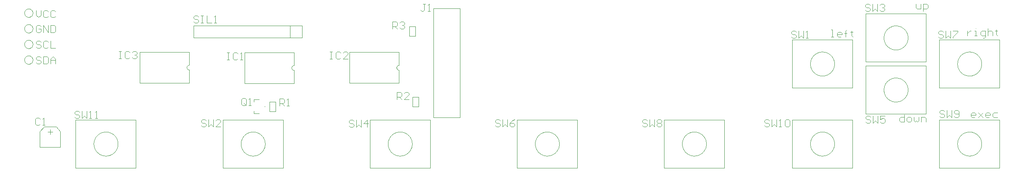
<source format=gto>
*%FSLAX23Y23*%
*%MOIN*%
G01*
D11*
X13805Y8410D02*
Y8450D01*
Y8430D02*
Y8410D01*
Y8430D02*
X13815Y8440D01*
X13825Y8450D01*
X13835D01*
X13865Y8410D02*
X13885D01*
X13875D01*
Y8450D01*
X13865D01*
X13875Y8470D02*
X13876D01*
X13935Y8390D02*
X13945D01*
X13955Y8400D01*
Y8450D01*
X13925D01*
X13915Y8440D01*
Y8420D01*
X13925Y8410D01*
X13955D01*
X13975D02*
Y8470D01*
Y8440D02*
Y8410D01*
Y8440D02*
X13985Y8450D01*
X14005D01*
X14015Y8440D01*
Y8410D01*
X14045Y8450D02*
Y8460D01*
Y8450D02*
X14035D01*
X14055D01*
X14045D01*
Y8420D01*
X14055Y8410D01*
X13605Y8440D02*
X13595Y8450D01*
X13575D01*
X13565Y8440D01*
Y8430D01*
X13575Y8420D01*
X13595D01*
X13605Y8410D01*
Y8400D01*
X13595Y8390D01*
X13575D01*
X13565Y8400D01*
X13625Y8390D02*
Y8450D01*
X13645Y8410D02*
X13625Y8390D01*
X13645Y8410D02*
X13665Y8390D01*
Y8450D01*
X13685D02*
X13725D01*
Y8440D01*
X13685Y8400D01*
Y8390D01*
X13845Y7730D02*
X13865D01*
X13845D02*
X13835Y7740D01*
Y7760D01*
X13845Y7770D01*
X13865D01*
X13875Y7760D01*
Y7750D01*
X13835D01*
X13895Y7770D02*
X13935Y7730D01*
X13915Y7750D01*
X13935Y7770D01*
X13895Y7730D01*
X13965D02*
X13985D01*
X13965D02*
X13955Y7740D01*
Y7760D01*
X13965Y7770D01*
X13985D01*
X13995Y7760D01*
Y7750D01*
X13955D01*
X14025Y7770D02*
X14055D01*
X14025D02*
X14015Y7760D01*
Y7740D01*
X14025Y7730D01*
X14055D01*
X13615Y7780D02*
X13605Y7790D01*
X13585D01*
X13575Y7780D01*
Y7770D01*
X13585Y7760D01*
X13605D01*
X13615Y7750D01*
Y7740D01*
X13605Y7730D01*
X13585D01*
X13575Y7740D01*
X13635Y7730D02*
Y7790D01*
X13655Y7750D02*
X13635Y7730D01*
X13655Y7750D02*
X13675Y7730D01*
Y7790D01*
X13695Y7740D02*
X13705Y7730D01*
X13725D01*
X13735Y7740D01*
Y7780D01*
X13725Y7790D01*
X13705D01*
X13695Y7780D01*
Y7770D01*
X13705Y7760D01*
X13735D01*
X13282Y7752D02*
Y7692D01*
X13252D01*
X13242Y7702D01*
Y7722D01*
X13252Y7732D01*
X13282D01*
X13312Y7692D02*
X13332D01*
X13342Y7702D01*
Y7722D01*
X13332Y7732D01*
X13312D01*
X13302Y7722D01*
Y7702D01*
X13312Y7692D01*
X13362Y7702D02*
Y7732D01*
Y7702D02*
X13372Y7692D01*
X13382Y7702D01*
X13392Y7692D01*
X13402Y7702D01*
Y7732D01*
X13422D02*
Y7692D01*
Y7732D02*
X13452D01*
X13462Y7722D01*
Y7692D01*
X13002Y7732D02*
X12992Y7742D01*
X12972D01*
X12962Y7732D01*
Y7722D01*
X12972Y7712D01*
X12992D01*
X13002Y7702D01*
Y7692D01*
X12992Y7682D01*
X12972D01*
X12962Y7692D01*
X13022Y7682D02*
Y7742D01*
X13042Y7702D02*
X13022Y7682D01*
X13042Y7702D02*
X13062Y7682D01*
Y7742D01*
X13082D02*
X13122D01*
X13082D02*
Y7712D01*
X13102Y7722D01*
X13112D01*
X13122Y7712D01*
Y7692D01*
X13112Y7682D01*
X13092D01*
X13082Y7692D01*
X12697Y8401D02*
X12677D01*
X12687D02*
X12697D01*
X12687D02*
Y8461D01*
X12677D01*
X12737Y8401D02*
X12757D01*
X12737D02*
X12727Y8411D01*
Y8431D01*
X12737Y8441D01*
X12757D01*
X12767Y8431D01*
Y8421D01*
X12727D01*
X12797Y8401D02*
Y8451D01*
Y8431D01*
X12787D01*
X12807D01*
X12797D01*
Y8451D01*
X12807Y8461D01*
X12847Y8451D02*
Y8441D01*
X12837D01*
X12857D01*
X12847D01*
Y8411D01*
X12857Y8401D01*
X12387Y8441D02*
X12377Y8451D01*
X12357D01*
X12347Y8441D01*
Y8431D01*
X12357Y8421D01*
X12377D01*
X12387Y8411D01*
Y8401D01*
X12377Y8391D01*
X12357D01*
X12347Y8401D01*
X12407Y8391D02*
Y8451D01*
X12427Y8411D02*
X12407Y8391D01*
X12427Y8411D02*
X12447Y8391D01*
Y8451D01*
X12467Y8391D02*
X12487D01*
X12477D01*
Y8451D01*
X12478D01*
X12477D02*
X12467Y8441D01*
X13379Y8642D02*
Y8672D01*
Y8642D02*
X13389Y8632D01*
X13419D01*
Y8672D01*
X13439D02*
Y8612D01*
Y8672D02*
X13469D01*
X13479Y8662D01*
Y8642D01*
X13469Y8632D01*
X13439D01*
X12999Y8662D02*
X12989Y8672D01*
X12969D01*
X12959Y8662D01*
Y8652D01*
X12969Y8642D01*
X12989D01*
X12999Y8632D01*
Y8622D01*
X12989Y8612D01*
X12969D01*
X12959Y8622D01*
X13019Y8612D02*
Y8672D01*
X13039Y8632D02*
X13019Y8612D01*
X13039Y8632D02*
X13059Y8612D01*
Y8672D01*
X13079Y8662D02*
X13089Y8672D01*
X13109D01*
X13119Y8662D01*
Y8652D01*
X13120D01*
X13119D02*
X13120D01*
X13119D02*
X13120D01*
X13119D02*
X13109Y8642D01*
X13099D01*
X13109D01*
X13119Y8632D01*
Y8622D01*
X13109Y8612D01*
X13089D01*
X13079Y8622D01*
X12164Y7705D02*
X12154Y7715D01*
X12134D01*
X12124Y7705D01*
Y7695D01*
X12134Y7685D01*
X12154D01*
X12164Y7675D01*
Y7665D01*
X12154Y7655D01*
X12134D01*
X12124Y7665D01*
X12184Y7655D02*
Y7715D01*
X12204Y7675D02*
X12184Y7655D01*
X12204Y7675D02*
X12224Y7655D01*
Y7715D01*
X12244Y7655D02*
X12264D01*
X12254D01*
Y7715D01*
X12255D01*
X12254D02*
X12244Y7705D01*
X12294D02*
X12304Y7715D01*
X12324D01*
X12334Y7705D01*
Y7665D01*
X12324Y7655D01*
X12304D01*
X12294Y7665D01*
Y7705D01*
X11151D02*
X11141Y7715D01*
X11121D01*
X11111Y7705D01*
Y7695D01*
X11121Y7685D01*
X11141D01*
X11151Y7675D01*
Y7665D01*
X11141Y7655D01*
X11121D01*
X11111Y7665D01*
X11171Y7655D02*
Y7715D01*
X11191Y7675D02*
X11171Y7655D01*
X11191Y7675D02*
X11211Y7655D01*
Y7715D01*
X11231Y7705D02*
X11241Y7715D01*
X11261D01*
X11271Y7705D01*
Y7695D01*
X11261Y7685D01*
X11271Y7675D01*
Y7665D01*
X11261Y7655D01*
X11241D01*
X11231Y7665D01*
Y7675D01*
X11241Y7685D01*
X11231Y7695D01*
Y7705D01*
X11241Y7685D02*
X11261D01*
X9931Y7705D02*
X9921Y7715D01*
X9901D01*
X9891Y7705D01*
Y7695D01*
X9901Y7685D01*
X9921D01*
X9931Y7675D01*
Y7665D01*
X9921Y7655D01*
X9901D01*
X9891Y7665D01*
X9951Y7655D02*
Y7715D01*
X9971Y7675D02*
X9951Y7655D01*
X9971Y7675D02*
X9991Y7655D01*
Y7715D01*
X10031Y7705D02*
X10051Y7715D01*
X10031Y7705D02*
X10011Y7685D01*
Y7665D01*
X10021Y7655D01*
X10041D01*
X10051Y7665D01*
Y7675D01*
X10041Y7685D01*
X10011D01*
X8715Y7700D02*
X8705Y7710D01*
X8685D01*
X8675Y7700D01*
Y7690D01*
X8685Y7680D01*
X8705D01*
X8715Y7670D01*
Y7660D01*
X8705Y7650D01*
X8685D01*
X8675Y7660D01*
X8735Y7650D02*
Y7710D01*
X8755Y7670D02*
X8735Y7650D01*
X8755Y7670D02*
X8775Y7650D01*
Y7710D01*
X8825D02*
Y7650D01*
X8795Y7680D02*
X8825Y7710D01*
X8835Y7680D02*
X8795D01*
X9291Y8673D02*
X9311D01*
X9301D02*
X9291D01*
X9301D02*
Y8623D01*
X9291Y8614D01*
X9281D01*
X9271Y8623D01*
X9331Y8614D02*
X9351D01*
X9341D01*
Y8673D01*
X9342D01*
X9341D02*
X9331Y8663D01*
X9073Y7939D02*
Y7879D01*
Y7939D02*
X9103D01*
X9113Y7929D01*
Y7909D01*
X9103Y7899D01*
X9073D01*
X9093D02*
X9113Y7879D01*
X9133D02*
X9173D01*
X9133D02*
X9173Y7919D01*
Y7929D01*
X9163Y7939D01*
X9143D01*
X9133Y7929D01*
X8536Y8277D02*
X8516D01*
X8526D02*
X8536D01*
X8526D02*
Y8217D01*
X8516D01*
X8536D01*
X8596Y8277D02*
X8606Y8267D01*
X8596Y8277D02*
X8576D01*
X8566Y8267D01*
Y8227D01*
X8576Y8217D01*
X8596D01*
X8606Y8227D01*
X8626Y8217D02*
X8666D01*
X8626D02*
X8666Y8257D01*
Y8267D01*
X8656Y8277D01*
X8636D01*
X8626Y8267D01*
X9036Y8467D02*
Y8527D01*
X9066D01*
X9076Y8517D01*
Y8497D01*
X9066Y8487D01*
X9036D01*
X9056D02*
X9076Y8467D01*
X9096Y8517D02*
X9106Y8527D01*
X9126D01*
X9136Y8517D01*
Y8507D01*
X9137D01*
X9136D02*
X9137D01*
X9136D02*
X9137D01*
X9136D02*
X9126Y8497D01*
X9116D01*
X9126D01*
X9136Y8487D01*
Y8477D01*
X9126Y8467D01*
X9106D01*
X9096Y8477D01*
X7427Y8566D02*
X7417Y8576D01*
X7397D01*
X7387Y8566D01*
Y8556D01*
X7397Y8546D01*
X7417D01*
X7427Y8536D01*
Y8526D01*
X7417Y8516D01*
X7397D01*
X7387Y8526D01*
X7447Y8576D02*
X7467D01*
X7457D01*
Y8516D01*
X7447D01*
X7467D01*
X7497D02*
Y8576D01*
Y8516D02*
X7537D01*
X7557D02*
X7577D01*
X7567D01*
Y8576D01*
X7568D01*
X7567D02*
X7557Y8566D01*
X7480Y7715D02*
X7490Y7705D01*
X7480Y7715D02*
X7460D01*
X7450Y7705D01*
Y7695D01*
X7460Y7685D01*
X7480D01*
X7490Y7675D01*
Y7665D01*
X7480Y7655D01*
X7460D01*
X7450Y7665D01*
X7510Y7655D02*
Y7715D01*
X7530Y7675D02*
X7510Y7655D01*
X7530Y7675D02*
X7550Y7655D01*
Y7715D01*
X7570Y7655D02*
X7610D01*
X7570D02*
X7610Y7695D01*
Y7705D01*
X7600Y7715D01*
X7580D01*
X7570Y7705D01*
X7663Y8270D02*
X7683D01*
X7673D01*
Y8210D01*
X7663D01*
X7683D01*
X7743Y8270D02*
X7753Y8260D01*
X7743Y8270D02*
X7723D01*
X7713Y8260D01*
Y8220D01*
X7723Y8210D01*
X7743D01*
X7753Y8220D01*
X7773Y8210D02*
X7793D01*
X7783D01*
Y8270D01*
X7784D01*
X7783D02*
X7773Y8260D01*
X7822Y7881D02*
Y7841D01*
Y7881D02*
X7812Y7891D01*
X7792D01*
X7782Y7881D01*
Y7841D01*
X7792Y7831D01*
X7812D01*
X7822D02*
X7802Y7851D01*
X7812Y7831D02*
X7822Y7841D01*
X7842Y7831D02*
X7862D01*
X7852D01*
Y7891D01*
X7853D01*
X7852D02*
X7842Y7881D01*
X8099Y7888D02*
Y7828D01*
Y7888D02*
X8129D01*
X8139Y7878D01*
Y7858D01*
X8129Y7848D01*
X8099D01*
X8119D02*
X8139Y7828D01*
X8159D02*
X8179D01*
X8169D01*
Y7888D01*
X8170D01*
X8169D02*
X8159Y7878D01*
X6785Y8281D02*
X6765D01*
X6775D02*
X6785D01*
X6775D02*
Y8221D01*
X6765D01*
X6785D01*
X6845Y8281D02*
X6855Y8271D01*
X6845Y8281D02*
X6825D01*
X6815Y8271D01*
Y8231D01*
X6825Y8221D01*
X6845D01*
X6855Y8231D01*
X6875Y8271D02*
X6885Y8281D01*
X6905D01*
X6915Y8271D01*
Y8261D01*
X6916D01*
X6915D02*
X6916D01*
X6915D02*
X6916D01*
X6915D02*
X6905Y8251D01*
X6895D01*
X6905D01*
X6915Y8241D01*
Y8231D01*
X6905Y8221D01*
X6885D01*
X6875Y8231D01*
X6080Y8581D02*
Y8621D01*
Y8581D02*
X6099Y8562D01*
X6119Y8581D01*
Y8621D01*
X6169D02*
X6179Y8611D01*
X6169Y8621D02*
X6149D01*
X6139Y8611D01*
Y8571D01*
X6149Y8562D01*
X6169D01*
X6179Y8571D01*
X6229Y8621D02*
X6239Y8611D01*
X6229Y8621D02*
X6209D01*
X6199Y8611D01*
Y8571D01*
X6209Y8562D01*
X6229D01*
X6239Y8571D01*
X6119Y8486D02*
X6109Y8496D01*
X6089D01*
X6080Y8486D01*
Y8446D01*
X6089Y8436D01*
X6109D01*
X6119Y8446D01*
Y8466D01*
X6099D01*
X6139Y8436D02*
Y8496D01*
X6179Y8436D01*
Y8496D01*
X6199D02*
Y8436D01*
X6229D01*
X6239Y8446D01*
Y8486D01*
X6229Y8496D01*
X6199D01*
X6109Y8236D02*
X6119Y8226D01*
X6109Y8236D02*
X6089D01*
X6080Y8226D01*
Y8216D01*
X6089Y8206D01*
X6109D01*
X6119Y8196D01*
Y8186D01*
X6109Y8176D01*
X6089D01*
X6080Y8186D01*
X6139Y8176D02*
Y8236D01*
Y8176D02*
X6169D01*
X6179Y8186D01*
Y8226D01*
X6169Y8236D01*
X6139D01*
X6199Y8216D02*
Y8176D01*
Y8216D02*
X6219Y8236D01*
X6239Y8216D01*
Y8176D01*
Y8206D01*
X6199D01*
X6119Y8356D02*
X6109Y8366D01*
X6089D01*
X6080Y8356D01*
Y8346D01*
X6089Y8336D01*
X6109D01*
X6119Y8326D01*
Y8316D01*
X6109Y8306D01*
X6089D01*
X6080Y8316D01*
X6169Y8366D02*
X6179Y8356D01*
X6169Y8366D02*
X6149D01*
X6139Y8356D01*
Y8316D01*
X6149Y8306D01*
X6169D01*
X6179Y8316D01*
X6199Y8306D02*
Y8366D01*
Y8306D02*
X6239D01*
X6429Y7785D02*
X6439Y7775D01*
X6429Y7785D02*
X6409D01*
X6399Y7775D01*
Y7765D01*
X6409Y7755D01*
X6429D01*
X6439Y7745D01*
Y7735D01*
X6429Y7725D01*
X6409D01*
X6399Y7735D01*
X6459Y7725D02*
Y7785D01*
X6479Y7745D02*
X6459Y7725D01*
X6479Y7745D02*
X6499Y7725D01*
Y7785D01*
X6519Y7725D02*
X6539D01*
X6529D01*
Y7785D01*
X6530D01*
X6529D02*
X6519Y7775D01*
X6569Y7725D02*
X6589D01*
X6579D01*
Y7785D01*
X6580D01*
X6579D02*
X6569Y7775D01*
X6112Y7718D02*
X6102Y7728D01*
X6082D01*
X6072Y7718D01*
Y7678D01*
X6082Y7668D01*
X6102D01*
X6112Y7678D01*
X6132Y7668D02*
X6152D01*
X6142D01*
Y7728D01*
X6143D01*
X6142D02*
X6132Y7718D01*
D13*
X13924Y8176D02*
X13924Y8173D01*
X13924Y8169D01*
X13924Y8166D01*
X13923Y8163D01*
X13923Y8159D01*
X13922Y8156D01*
X13921Y8153D01*
X13920Y8150D01*
X13920Y8147D01*
X13919Y8143D01*
X13917Y8140D01*
X13916Y8137D01*
X13915Y8134D01*
X13913Y8131D01*
X13912Y8128D01*
X13910Y8125D01*
X13908Y8122D01*
X13907Y8120D01*
X13905Y8117D01*
X13903Y8114D01*
X13901Y8112D01*
X13898Y8109D01*
X13896Y8107D01*
X13894Y8104D01*
X13891Y8102D01*
X13889Y8100D01*
X13886Y8098D01*
X13884Y8096D01*
X13881Y8094D01*
X13878Y8092D01*
X13875Y8090D01*
X13873Y8089D01*
X13870Y8087D01*
X13867Y8086D01*
X13864Y8084D01*
X13861Y8083D01*
X13857Y8082D01*
X13854Y8081D01*
X13851Y8080D01*
X13848Y8079D01*
X13845Y8078D01*
X13841Y8078D01*
X13838Y8077D01*
X13835Y8077D01*
X13831Y8076D01*
X13828Y8076D01*
X13825Y8076D01*
X13822Y8076D01*
X13818Y8076D01*
X13815Y8076D01*
X13812Y8077D01*
X13808Y8077D01*
X13805Y8078D01*
X13802Y8079D01*
X13799Y8079D01*
X13795Y8080D01*
X13792Y8081D01*
X13789Y8082D01*
X13786Y8084D01*
X13783Y8085D01*
X13780Y8086D01*
X13777Y8088D01*
X13774Y8089D01*
X13771Y8091D01*
X13768Y8093D01*
X13766Y8095D01*
X13763Y8097D01*
X13760Y8099D01*
X13758Y8101D01*
X13755Y8103D01*
X13753Y8106D01*
X13751Y8108D01*
X13748Y8110D01*
X13746Y8113D01*
X13744Y8116D01*
X13742Y8118D01*
X13740Y8121D01*
X13739Y8124D01*
X13737Y8127D01*
X13735Y8130D01*
X13734Y8133D01*
X13733Y8136D01*
X13731Y8139D01*
X13730Y8142D01*
X13729Y8145D01*
X13728Y8148D01*
X13727Y8151D01*
X13726Y8155D01*
X13726Y8158D01*
X13725Y8161D01*
X13725Y8164D01*
X13724Y8168D01*
X13724Y8171D01*
X13724Y8174D01*
Y8178D01*
X13724Y8181D01*
X13724Y8184D01*
X13725Y8188D01*
X13725Y8191D01*
X13726Y8194D01*
X13726Y8197D01*
X13727Y8201D01*
X13728Y8204D01*
X13729Y8207D01*
X13730Y8210D01*
X13731Y8213D01*
X13733Y8216D01*
X13734Y8219D01*
X13735Y8222D01*
X13737Y8225D01*
X13739Y8228D01*
X13740Y8231D01*
X13742Y8234D01*
X13744Y8236D01*
X13746Y8239D01*
X13748Y8242D01*
X13751Y8244D01*
X13753Y8246D01*
X13755Y8249D01*
X13758Y8251D01*
X13760Y8253D01*
X13763Y8255D01*
X13766Y8257D01*
X13768Y8259D01*
X13771Y8261D01*
X13774Y8263D01*
X13777Y8264D01*
X13780Y8266D01*
X13783Y8267D01*
X13786Y8268D01*
X13789Y8270D01*
X13792Y8271D01*
X13795Y8272D01*
X13799Y8273D01*
X13802Y8273D01*
X13805Y8274D01*
X13808Y8275D01*
X13812Y8275D01*
X13815Y8276D01*
X13818Y8276D01*
X13822Y8276D01*
X13825Y8276D01*
X13828Y8276D01*
X13831Y8276D01*
X13835Y8275D01*
X13838Y8275D01*
X13841Y8274D01*
X13845Y8274D01*
X13848Y8273D01*
X13851Y8272D01*
X13854Y8271D01*
X13857Y8270D01*
X13861Y8269D01*
X13864Y8268D01*
X13867Y8266D01*
X13870Y8265D01*
X13873Y8263D01*
X13875Y8262D01*
X13878Y8260D01*
X13881Y8258D01*
X13884Y8256D01*
X13886Y8254D01*
X13889Y8252D01*
X13891Y8250D01*
X13894Y8248D01*
X13896Y8245D01*
X13898Y8243D01*
X13901Y8240D01*
X13903Y8238D01*
X13905Y8235D01*
X13907Y8232D01*
X13908Y8230D01*
X13910Y8227D01*
X13912Y8224D01*
X13913Y8221D01*
X13915Y8218D01*
X13916Y8215D01*
X13917Y8212D01*
X13919Y8209D01*
X13920Y8205D01*
X13920Y8202D01*
X13921Y8199D01*
X13922Y8196D01*
X13923Y8193D01*
X13923Y8189D01*
X13924Y8186D01*
X13924Y8183D01*
X13924Y8179D01*
X13924Y8176D01*
X14074Y7976D02*
Y8376D01*
X13574D02*
Y7976D01*
Y8376D02*
X14074D01*
Y7976D02*
X13574D01*
X13924Y7511D02*
X13924Y7508D01*
X13924Y7504D01*
X13924Y7501D01*
X13923Y7498D01*
X13923Y7494D01*
X13922Y7491D01*
X13921Y7488D01*
X13920Y7485D01*
X13920Y7482D01*
X13919Y7478D01*
X13917Y7475D01*
X13916Y7472D01*
X13915Y7469D01*
X13913Y7466D01*
X13912Y7463D01*
X13910Y7460D01*
X13908Y7457D01*
X13907Y7455D01*
X13905Y7452D01*
X13903Y7449D01*
X13901Y7447D01*
X13898Y7444D01*
X13896Y7442D01*
X13894Y7439D01*
X13891Y7437D01*
X13889Y7435D01*
X13886Y7433D01*
X13884Y7431D01*
X13881Y7429D01*
X13878Y7427D01*
X13875Y7425D01*
X13873Y7424D01*
X13870Y7422D01*
X13867Y7421D01*
X13864Y7419D01*
X13861Y7418D01*
X13857Y7417D01*
X13854Y7416D01*
X13851Y7415D01*
X13848Y7414D01*
X13845Y7413D01*
X13841Y7413D01*
X13838Y7412D01*
X13835Y7412D01*
X13831Y7411D01*
X13828Y7411D01*
X13825Y7411D01*
X13822Y7411D01*
X13818Y7411D01*
X13815Y7411D01*
X13812Y7412D01*
X13808Y7412D01*
X13805Y7413D01*
X13802Y7414D01*
X13799Y7414D01*
X13795Y7415D01*
X13792Y7416D01*
X13789Y7417D01*
X13786Y7419D01*
X13783Y7420D01*
X13780Y7421D01*
X13777Y7423D01*
X13774Y7424D01*
X13771Y7426D01*
X13768Y7428D01*
X13766Y7430D01*
X13763Y7432D01*
X13760Y7434D01*
X13758Y7436D01*
X13755Y7438D01*
X13753Y7441D01*
X13751Y7443D01*
X13748Y7445D01*
X13746Y7448D01*
X13744Y7451D01*
X13742Y7453D01*
X13740Y7456D01*
X13739Y7459D01*
X13737Y7462D01*
X13735Y7465D01*
X13734Y7468D01*
X13733Y7471D01*
X13731Y7474D01*
X13730Y7477D01*
X13729Y7480D01*
X13728Y7483D01*
X13727Y7486D01*
X13726Y7490D01*
X13726Y7493D01*
X13725Y7496D01*
X13725Y7499D01*
X13724Y7503D01*
X13724Y7506D01*
X13724Y7509D01*
Y7513D01*
X13724Y7516D01*
X13724Y7519D01*
X13725Y7523D01*
X13725Y7526D01*
X13726Y7529D01*
X13726Y7532D01*
X13727Y7536D01*
X13728Y7539D01*
X13729Y7542D01*
X13730Y7545D01*
X13731Y7548D01*
X13733Y7551D01*
X13734Y7554D01*
X13735Y7557D01*
X13737Y7560D01*
X13739Y7563D01*
X13740Y7566D01*
X13742Y7569D01*
X13744Y7571D01*
X13746Y7574D01*
X13748Y7577D01*
X13751Y7579D01*
X13753Y7581D01*
X13755Y7584D01*
X13758Y7586D01*
X13760Y7588D01*
X13763Y7590D01*
X13766Y7592D01*
X13768Y7594D01*
X13771Y7596D01*
X13774Y7598D01*
X13777Y7599D01*
X13780Y7601D01*
X13783Y7602D01*
X13786Y7603D01*
X13789Y7605D01*
X13792Y7606D01*
X13795Y7607D01*
X13799Y7608D01*
X13802Y7608D01*
X13805Y7609D01*
X13808Y7610D01*
X13812Y7610D01*
X13815Y7611D01*
X13818Y7611D01*
X13822Y7611D01*
X13825Y7611D01*
X13828Y7611D01*
X13831Y7611D01*
X13835Y7610D01*
X13838Y7610D01*
X13841Y7609D01*
X13845Y7609D01*
X13848Y7608D01*
X13851Y7607D01*
X13854Y7606D01*
X13857Y7605D01*
X13861Y7604D01*
X13864Y7603D01*
X13867Y7601D01*
X13870Y7600D01*
X13873Y7598D01*
X13875Y7597D01*
X13878Y7595D01*
X13881Y7593D01*
X13884Y7591D01*
X13886Y7589D01*
X13889Y7587D01*
X13891Y7585D01*
X13894Y7583D01*
X13896Y7580D01*
X13898Y7578D01*
X13901Y7575D01*
X13903Y7573D01*
X13905Y7570D01*
X13907Y7567D01*
X13908Y7565D01*
X13910Y7562D01*
X13912Y7559D01*
X13913Y7556D01*
X13915Y7553D01*
X13916Y7550D01*
X13917Y7547D01*
X13919Y7544D01*
X13920Y7540D01*
X13920Y7537D01*
X13921Y7534D01*
X13922Y7531D01*
X13923Y7528D01*
X13923Y7524D01*
X13924Y7521D01*
X13924Y7518D01*
X13924Y7514D01*
X13924Y7511D01*
X14074Y7311D02*
Y7711D01*
X13574D02*
Y7311D01*
Y7711D02*
X14074D01*
Y7311D02*
X13574D01*
X13313Y7960D02*
X13313Y7957D01*
X13313Y7953D01*
X13313Y7950D01*
X13312Y7947D01*
X13312Y7943D01*
X13311Y7940D01*
X13310Y7937D01*
X13309Y7934D01*
X13309Y7931D01*
X13308Y7927D01*
X13306Y7924D01*
X13305Y7921D01*
X13304Y7918D01*
X13302Y7915D01*
X13301Y7912D01*
X13299Y7909D01*
X13297Y7906D01*
X13296Y7904D01*
X13294Y7901D01*
X13292Y7898D01*
X13290Y7896D01*
X13287Y7893D01*
X13285Y7891D01*
X13283Y7888D01*
X13280Y7886D01*
X13278Y7884D01*
X13275Y7882D01*
X13273Y7880D01*
X13270Y7878D01*
X13267Y7876D01*
X13264Y7874D01*
X13262Y7873D01*
X13259Y7871D01*
X13256Y7870D01*
X13253Y7868D01*
X13250Y7867D01*
X13246Y7866D01*
X13243Y7865D01*
X13240Y7864D01*
X13237Y7863D01*
X13234Y7862D01*
X13230Y7862D01*
X13227Y7861D01*
X13224Y7861D01*
X13220Y7860D01*
X13217Y7860D01*
X13214Y7860D01*
X13211Y7860D01*
X13207Y7860D01*
X13204Y7860D01*
X13201Y7861D01*
X13197Y7861D01*
X13194Y7862D01*
X13191Y7863D01*
X13188Y7863D01*
X13184Y7864D01*
X13181Y7865D01*
X13178Y7866D01*
X13175Y7868D01*
X13172Y7869D01*
X13169Y7870D01*
X13166Y7872D01*
X13163Y7873D01*
X13160Y7875D01*
X13157Y7877D01*
X13155Y7879D01*
X13152Y7881D01*
X13149Y7883D01*
X13147Y7885D01*
X13144Y7887D01*
X13142Y7890D01*
X13140Y7892D01*
X13137Y7894D01*
X13135Y7897D01*
X13133Y7900D01*
X13131Y7902D01*
X13129Y7905D01*
X13128Y7908D01*
X13126Y7911D01*
X13124Y7914D01*
X13123Y7917D01*
X13122Y7920D01*
X13120Y7923D01*
X13119Y7926D01*
X13118Y7929D01*
X13117Y7932D01*
X13116Y7935D01*
X13115Y7939D01*
X13115Y7942D01*
X13114Y7945D01*
X13114Y7948D01*
X13113Y7952D01*
X13113Y7955D01*
X13113Y7958D01*
Y7962D01*
X13113Y7965D01*
X13113Y7968D01*
X13114Y7972D01*
X13114Y7975D01*
X13115Y7978D01*
X13115Y7981D01*
X13116Y7985D01*
X13117Y7988D01*
X13118Y7991D01*
X13119Y7994D01*
X13120Y7997D01*
X13122Y8000D01*
X13123Y8003D01*
X13124Y8006D01*
X13126Y8009D01*
X13128Y8012D01*
X13129Y8015D01*
X13131Y8018D01*
X13133Y8020D01*
X13135Y8023D01*
X13137Y8026D01*
X13140Y8028D01*
X13142Y8030D01*
X13144Y8033D01*
X13147Y8035D01*
X13149Y8037D01*
X13152Y8039D01*
X13155Y8041D01*
X13157Y8043D01*
X13160Y8045D01*
X13163Y8047D01*
X13166Y8048D01*
X13169Y8050D01*
X13172Y8051D01*
X13175Y8052D01*
X13178Y8054D01*
X13181Y8055D01*
X13184Y8056D01*
X13188Y8057D01*
X13191Y8057D01*
X13194Y8058D01*
X13197Y8059D01*
X13201Y8059D01*
X13204Y8060D01*
X13207Y8060D01*
X13211Y8060D01*
X13214Y8060D01*
X13217Y8060D01*
X13220Y8060D01*
X13224Y8059D01*
X13227Y8059D01*
X13230Y8058D01*
X13234Y8058D01*
X13237Y8057D01*
X13240Y8056D01*
X13243Y8055D01*
X13246Y8054D01*
X13250Y8053D01*
X13253Y8052D01*
X13256Y8050D01*
X13259Y8049D01*
X13262Y8047D01*
X13264Y8046D01*
X13267Y8044D01*
X13270Y8042D01*
X13273Y8040D01*
X13275Y8038D01*
X13278Y8036D01*
X13280Y8034D01*
X13283Y8032D01*
X13285Y8029D01*
X13287Y8027D01*
X13290Y8024D01*
X13292Y8022D01*
X13294Y8019D01*
X13296Y8016D01*
X13297Y8014D01*
X13299Y8011D01*
X13301Y8008D01*
X13302Y8005D01*
X13304Y8002D01*
X13305Y7999D01*
X13306Y7996D01*
X13308Y7993D01*
X13309Y7989D01*
X13309Y7986D01*
X13310Y7983D01*
X13311Y7980D01*
X13312Y7977D01*
X13312Y7973D01*
X13313Y7970D01*
X13313Y7967D01*
X13313Y7963D01*
X13313Y7960D01*
X12963Y7760D02*
Y8160D01*
X13463D02*
Y7760D01*
X12963D01*
Y8160D02*
X13463D01*
X12703Y8176D02*
X12703Y8173D01*
X12703Y8169D01*
X12703Y8166D01*
X12702Y8163D01*
X12702Y8159D01*
X12701Y8156D01*
X12700Y8153D01*
X12699Y8150D01*
X12699Y8147D01*
X12698Y8143D01*
X12696Y8140D01*
X12695Y8137D01*
X12694Y8134D01*
X12692Y8131D01*
X12691Y8128D01*
X12689Y8125D01*
X12687Y8122D01*
X12686Y8120D01*
X12684Y8117D01*
X12682Y8114D01*
X12680Y8112D01*
X12677Y8109D01*
X12675Y8107D01*
X12673Y8104D01*
X12670Y8102D01*
X12668Y8100D01*
X12665Y8098D01*
X12663Y8096D01*
X12660Y8094D01*
X12657Y8092D01*
X12654Y8090D01*
X12652Y8089D01*
X12649Y8087D01*
X12646Y8086D01*
X12643Y8084D01*
X12640Y8083D01*
X12636Y8082D01*
X12633Y8081D01*
X12630Y8080D01*
X12627Y8079D01*
X12624Y8078D01*
X12620Y8078D01*
X12617Y8077D01*
X12614Y8077D01*
X12610Y8076D01*
X12607Y8076D01*
X12604Y8076D01*
X12601Y8076D01*
X12597Y8076D01*
X12594Y8076D01*
X12591Y8077D01*
X12587Y8077D01*
X12584Y8078D01*
X12581Y8079D01*
X12578Y8079D01*
X12574Y8080D01*
X12571Y8081D01*
X12568Y8082D01*
X12565Y8084D01*
X12562Y8085D01*
X12559Y8086D01*
X12556Y8088D01*
X12553Y8089D01*
X12550Y8091D01*
X12547Y8093D01*
X12545Y8095D01*
X12542Y8097D01*
X12539Y8099D01*
X12537Y8101D01*
X12534Y8103D01*
X12532Y8106D01*
X12530Y8108D01*
X12527Y8110D01*
X12525Y8113D01*
X12523Y8116D01*
X12521Y8118D01*
X12519Y8121D01*
X12518Y8124D01*
X12516Y8127D01*
X12514Y8130D01*
X12513Y8133D01*
X12512Y8136D01*
X12510Y8139D01*
X12509Y8142D01*
X12508Y8145D01*
X12507Y8148D01*
X12506Y8151D01*
X12505Y8155D01*
X12505Y8158D01*
X12504Y8161D01*
X12504Y8164D01*
X12503Y8168D01*
X12503Y8171D01*
X12503Y8174D01*
Y8178D01*
X12503Y8181D01*
X12503Y8184D01*
X12504Y8188D01*
X12504Y8191D01*
X12505Y8194D01*
X12505Y8197D01*
X12506Y8201D01*
X12507Y8204D01*
X12508Y8207D01*
X12509Y8210D01*
X12510Y8213D01*
X12512Y8216D01*
X12513Y8219D01*
X12514Y8222D01*
X12516Y8225D01*
X12518Y8228D01*
X12519Y8231D01*
X12521Y8234D01*
X12523Y8236D01*
X12525Y8239D01*
X12527Y8242D01*
X12530Y8244D01*
X12532Y8246D01*
X12534Y8249D01*
X12537Y8251D01*
X12539Y8253D01*
X12542Y8255D01*
X12545Y8257D01*
X12547Y8259D01*
X12550Y8261D01*
X12553Y8263D01*
X12556Y8264D01*
X12559Y8266D01*
X12562Y8267D01*
X12565Y8268D01*
X12568Y8270D01*
X12571Y8271D01*
X12574Y8272D01*
X12578Y8273D01*
X12581Y8273D01*
X12584Y8274D01*
X12587Y8275D01*
X12591Y8275D01*
X12594Y8276D01*
X12597Y8276D01*
X12601Y8276D01*
X12604Y8276D01*
X12607Y8276D01*
X12610Y8276D01*
X12614Y8275D01*
X12617Y8275D01*
X12620Y8274D01*
X12624Y8274D01*
X12627Y8273D01*
X12630Y8272D01*
X12633Y8271D01*
X12636Y8270D01*
X12640Y8269D01*
X12643Y8268D01*
X12646Y8266D01*
X12649Y8265D01*
X12652Y8263D01*
X12654Y8262D01*
X12657Y8260D01*
X12660Y8258D01*
X12663Y8256D01*
X12665Y8254D01*
X12668Y8252D01*
X12670Y8250D01*
X12673Y8248D01*
X12675Y8245D01*
X12677Y8243D01*
X12680Y8240D01*
X12682Y8238D01*
X12684Y8235D01*
X12686Y8232D01*
X12687Y8230D01*
X12689Y8227D01*
X12691Y8224D01*
X12692Y8221D01*
X12694Y8218D01*
X12695Y8215D01*
X12696Y8212D01*
X12698Y8209D01*
X12699Y8205D01*
X12699Y8202D01*
X12700Y8199D01*
X12701Y8196D01*
X12702Y8193D01*
X12702Y8189D01*
X12703Y8186D01*
X12703Y8183D01*
X12703Y8179D01*
X12703Y8176D01*
X12353Y7976D02*
Y8376D01*
X12853D02*
Y7976D01*
X12353D01*
Y8376D02*
X12853D01*
X13313Y8393D02*
X13313Y8390D01*
X13313Y8386D01*
X13313Y8383D01*
X13312Y8380D01*
X13312Y8376D01*
X13311Y8373D01*
X13310Y8370D01*
X13309Y8367D01*
X13309Y8364D01*
X13308Y8360D01*
X13306Y8357D01*
X13305Y8354D01*
X13304Y8351D01*
X13302Y8348D01*
X13301Y8345D01*
X13299Y8342D01*
X13297Y8339D01*
X13296Y8337D01*
X13294Y8334D01*
X13292Y8331D01*
X13290Y8329D01*
X13287Y8326D01*
X13285Y8324D01*
X13283Y8321D01*
X13280Y8319D01*
X13278Y8317D01*
X13275Y8315D01*
X13273Y8313D01*
X13270Y8311D01*
X13267Y8309D01*
X13264Y8307D01*
X13262Y8306D01*
X13259Y8304D01*
X13256Y8303D01*
X13253Y8301D01*
X13250Y8300D01*
X13246Y8299D01*
X13243Y8298D01*
X13240Y8297D01*
X13237Y8296D01*
X13234Y8295D01*
X13230Y8295D01*
X13227Y8294D01*
X13224Y8294D01*
X13220Y8293D01*
X13217Y8293D01*
X13214Y8293D01*
X13211Y8293D01*
X13207Y8293D01*
X13204Y8293D01*
X13201Y8294D01*
X13197Y8294D01*
X13194Y8295D01*
X13191Y8296D01*
X13188Y8296D01*
X13184Y8297D01*
X13181Y8298D01*
X13178Y8299D01*
X13175Y8301D01*
X13172Y8302D01*
X13169Y8303D01*
X13166Y8305D01*
X13163Y8306D01*
X13160Y8308D01*
X13157Y8310D01*
X13155Y8312D01*
X13152Y8314D01*
X13149Y8316D01*
X13147Y8318D01*
X13144Y8320D01*
X13142Y8323D01*
X13140Y8325D01*
X13137Y8327D01*
X13135Y8330D01*
X13133Y8333D01*
X13131Y8335D01*
X13129Y8338D01*
X13128Y8341D01*
X13126Y8344D01*
X13124Y8347D01*
X13123Y8350D01*
X13122Y8353D01*
X13120Y8356D01*
X13119Y8359D01*
X13118Y8362D01*
X13117Y8365D01*
X13116Y8368D01*
X13115Y8372D01*
X13115Y8375D01*
X13114Y8378D01*
X13114Y8381D01*
X13113Y8385D01*
X13113Y8388D01*
X13113Y8391D01*
Y8395D01*
X13113Y8398D01*
X13113Y8401D01*
X13114Y8405D01*
X13114Y8408D01*
X13115Y8411D01*
X13115Y8414D01*
X13116Y8418D01*
X13117Y8421D01*
X13118Y8424D01*
X13119Y8427D01*
X13120Y8430D01*
X13122Y8433D01*
X13123Y8436D01*
X13124Y8439D01*
X13126Y8442D01*
X13128Y8445D01*
X13129Y8448D01*
X13131Y8451D01*
X13133Y8453D01*
X13135Y8456D01*
X13137Y8459D01*
X13140Y8461D01*
X13142Y8463D01*
X13144Y8466D01*
X13147Y8468D01*
X13149Y8470D01*
X13152Y8472D01*
X13155Y8474D01*
X13157Y8476D01*
X13160Y8478D01*
X13163Y8480D01*
X13166Y8481D01*
X13169Y8483D01*
X13172Y8484D01*
X13175Y8485D01*
X13178Y8487D01*
X13181Y8488D01*
X13184Y8489D01*
X13188Y8490D01*
X13191Y8490D01*
X13194Y8491D01*
X13197Y8492D01*
X13201Y8492D01*
X13204Y8493D01*
X13207Y8493D01*
X13211Y8493D01*
X13214Y8493D01*
X13217Y8493D01*
X13220Y8493D01*
X13224Y8492D01*
X13227Y8492D01*
X13230Y8491D01*
X13234Y8491D01*
X13237Y8490D01*
X13240Y8489D01*
X13243Y8488D01*
X13246Y8487D01*
X13250Y8486D01*
X13253Y8485D01*
X13256Y8483D01*
X13259Y8482D01*
X13262Y8480D01*
X13264Y8479D01*
X13267Y8477D01*
X13270Y8475D01*
X13273Y8473D01*
X13275Y8471D01*
X13278Y8469D01*
X13280Y8467D01*
X13283Y8465D01*
X13285Y8462D01*
X13287Y8460D01*
X13290Y8457D01*
X13292Y8455D01*
X13294Y8452D01*
X13296Y8449D01*
X13297Y8447D01*
X13299Y8444D01*
X13301Y8441D01*
X13302Y8438D01*
X13304Y8435D01*
X13305Y8432D01*
X13306Y8429D01*
X13308Y8426D01*
X13309Y8422D01*
X13309Y8419D01*
X13310Y8416D01*
X13311Y8413D01*
X13312Y8410D01*
X13312Y8406D01*
X13313Y8403D01*
X13313Y8400D01*
X13313Y8396D01*
X13313Y8393D01*
X13463Y8193D02*
Y8593D01*
X12963D02*
Y8193D01*
Y8593D02*
X13463D01*
Y8193D02*
X12963D01*
X12703Y7511D02*
X12703Y7508D01*
X12703Y7504D01*
X12703Y7501D01*
X12702Y7498D01*
X12702Y7494D01*
X12701Y7491D01*
X12700Y7488D01*
X12699Y7485D01*
X12699Y7482D01*
X12698Y7478D01*
X12696Y7475D01*
X12695Y7472D01*
X12694Y7469D01*
X12692Y7466D01*
X12691Y7463D01*
X12689Y7460D01*
X12687Y7457D01*
X12686Y7455D01*
X12684Y7452D01*
X12682Y7449D01*
X12680Y7447D01*
X12677Y7444D01*
X12675Y7442D01*
X12673Y7439D01*
X12670Y7437D01*
X12668Y7435D01*
X12665Y7433D01*
X12663Y7431D01*
X12660Y7429D01*
X12657Y7427D01*
X12654Y7425D01*
X12652Y7424D01*
X12649Y7422D01*
X12646Y7421D01*
X12643Y7419D01*
X12640Y7418D01*
X12636Y7417D01*
X12633Y7416D01*
X12630Y7415D01*
X12627Y7414D01*
X12624Y7413D01*
X12620Y7413D01*
X12617Y7412D01*
X12614Y7412D01*
X12610Y7411D01*
X12607Y7411D01*
X12604Y7411D01*
X12601Y7411D01*
X12597Y7411D01*
X12594Y7411D01*
X12591Y7412D01*
X12587Y7412D01*
X12584Y7413D01*
X12581Y7414D01*
X12578Y7414D01*
X12574Y7415D01*
X12571Y7416D01*
X12568Y7417D01*
X12565Y7419D01*
X12562Y7420D01*
X12559Y7421D01*
X12556Y7423D01*
X12553Y7424D01*
X12550Y7426D01*
X12547Y7428D01*
X12545Y7430D01*
X12542Y7432D01*
X12539Y7434D01*
X12537Y7436D01*
X12534Y7438D01*
X12532Y7441D01*
X12530Y7443D01*
X12527Y7445D01*
X12525Y7448D01*
X12523Y7451D01*
X12521Y7453D01*
X12519Y7456D01*
X12518Y7459D01*
X12516Y7462D01*
X12514Y7465D01*
X12513Y7468D01*
X12512Y7471D01*
X12510Y7474D01*
X12509Y7477D01*
X12508Y7480D01*
X12507Y7483D01*
X12506Y7486D01*
X12505Y7490D01*
X12505Y7493D01*
X12504Y7496D01*
X12504Y7499D01*
X12503Y7503D01*
X12503Y7506D01*
X12503Y7509D01*
Y7513D01*
X12503Y7516D01*
X12503Y7519D01*
X12504Y7523D01*
X12504Y7526D01*
X12505Y7529D01*
X12505Y7532D01*
X12506Y7536D01*
X12507Y7539D01*
X12508Y7542D01*
X12509Y7545D01*
X12510Y7548D01*
X12512Y7551D01*
X12513Y7554D01*
X12514Y7557D01*
X12516Y7560D01*
X12518Y7563D01*
X12519Y7566D01*
X12521Y7569D01*
X12523Y7571D01*
X12525Y7574D01*
X12527Y7577D01*
X12530Y7579D01*
X12532Y7581D01*
X12534Y7584D01*
X12537Y7586D01*
X12539Y7588D01*
X12542Y7590D01*
X12545Y7592D01*
X12547Y7594D01*
X12550Y7596D01*
X12553Y7598D01*
X12556Y7599D01*
X12559Y7601D01*
X12562Y7602D01*
X12565Y7603D01*
X12568Y7605D01*
X12571Y7606D01*
X12574Y7607D01*
X12578Y7608D01*
X12581Y7608D01*
X12584Y7609D01*
X12587Y7610D01*
X12591Y7610D01*
X12594Y7611D01*
X12597Y7611D01*
X12601Y7611D01*
X12604Y7611D01*
X12607Y7611D01*
X12610Y7611D01*
X12614Y7610D01*
X12617Y7610D01*
X12620Y7609D01*
X12624Y7609D01*
X12627Y7608D01*
X12630Y7607D01*
X12633Y7606D01*
X12636Y7605D01*
X12640Y7604D01*
X12643Y7603D01*
X12646Y7601D01*
X12649Y7600D01*
X12652Y7598D01*
X12654Y7597D01*
X12657Y7595D01*
X12660Y7593D01*
X12663Y7591D01*
X12665Y7589D01*
X12668Y7587D01*
X12670Y7585D01*
X12673Y7583D01*
X12675Y7580D01*
X12677Y7578D01*
X12680Y7575D01*
X12682Y7573D01*
X12684Y7570D01*
X12686Y7567D01*
X12687Y7565D01*
X12689Y7562D01*
X12691Y7559D01*
X12692Y7556D01*
X12694Y7553D01*
X12695Y7550D01*
X12696Y7547D01*
X12698Y7544D01*
X12699Y7540D01*
X12699Y7537D01*
X12700Y7534D01*
X12701Y7531D01*
X12702Y7528D01*
X12702Y7524D01*
X12703Y7521D01*
X12703Y7518D01*
X12703Y7514D01*
X12703Y7511D01*
X12853Y7311D02*
Y7711D01*
X12353D02*
Y7311D01*
Y7711D02*
X12853D01*
Y7311D02*
X12353D01*
X11640Y7511D02*
X11640Y7508D01*
X11640Y7504D01*
X11640Y7501D01*
X11639Y7498D01*
X11639Y7494D01*
X11638Y7491D01*
X11637Y7488D01*
X11636Y7485D01*
X11636Y7482D01*
X11635Y7478D01*
X11633Y7475D01*
X11632Y7472D01*
X11631Y7469D01*
X11629Y7466D01*
X11628Y7463D01*
X11626Y7460D01*
X11624Y7457D01*
X11623Y7455D01*
X11621Y7452D01*
X11619Y7449D01*
X11617Y7447D01*
X11614Y7444D01*
X11612Y7442D01*
X11610Y7439D01*
X11607Y7437D01*
X11605Y7435D01*
X11602Y7433D01*
X11600Y7431D01*
X11597Y7429D01*
X11594Y7427D01*
X11591Y7425D01*
X11589Y7424D01*
X11586Y7422D01*
X11583Y7421D01*
X11580Y7419D01*
X11577Y7418D01*
X11573Y7417D01*
X11570Y7416D01*
X11567Y7415D01*
X11564Y7414D01*
X11561Y7413D01*
X11557Y7413D01*
X11554Y7412D01*
X11551Y7412D01*
X11547Y7411D01*
X11544Y7411D01*
X11541Y7411D01*
X11538Y7411D01*
X11534Y7411D01*
X11531Y7411D01*
X11528Y7412D01*
X11524Y7412D01*
X11521Y7413D01*
X11518Y7414D01*
X11515Y7414D01*
X11511Y7415D01*
X11508Y7416D01*
X11505Y7417D01*
X11502Y7419D01*
X11499Y7420D01*
X11496Y7421D01*
X11493Y7423D01*
X11490Y7424D01*
X11487Y7426D01*
X11484Y7428D01*
X11482Y7430D01*
X11479Y7432D01*
X11476Y7434D01*
X11474Y7436D01*
X11471Y7438D01*
X11469Y7441D01*
X11467Y7443D01*
X11464Y7445D01*
X11462Y7448D01*
X11460Y7451D01*
X11458Y7453D01*
X11456Y7456D01*
X11455Y7459D01*
X11453Y7462D01*
X11451Y7465D01*
X11450Y7468D01*
X11449Y7471D01*
X11447Y7474D01*
X11446Y7477D01*
X11445Y7480D01*
X11444Y7483D01*
X11443Y7486D01*
X11442Y7490D01*
X11442Y7493D01*
X11441Y7496D01*
X11441Y7499D01*
X11440Y7503D01*
X11440Y7506D01*
X11440Y7509D01*
Y7513D01*
X11440Y7516D01*
X11440Y7519D01*
X11441Y7523D01*
X11441Y7526D01*
X11442Y7529D01*
X11442Y7532D01*
X11443Y7536D01*
X11444Y7539D01*
X11445Y7542D01*
X11446Y7545D01*
X11447Y7548D01*
X11449Y7551D01*
X11450Y7554D01*
X11451Y7557D01*
X11453Y7560D01*
X11455Y7563D01*
X11456Y7566D01*
X11458Y7569D01*
X11460Y7571D01*
X11462Y7574D01*
X11464Y7577D01*
X11467Y7579D01*
X11469Y7581D01*
X11471Y7584D01*
X11474Y7586D01*
X11476Y7588D01*
X11479Y7590D01*
X11482Y7592D01*
X11484Y7594D01*
X11487Y7596D01*
X11490Y7598D01*
X11493Y7599D01*
X11496Y7601D01*
X11499Y7602D01*
X11502Y7603D01*
X11505Y7605D01*
X11508Y7606D01*
X11511Y7607D01*
X11515Y7608D01*
X11518Y7608D01*
X11521Y7609D01*
X11524Y7610D01*
X11528Y7610D01*
X11531Y7611D01*
X11534Y7611D01*
X11538Y7611D01*
X11541Y7611D01*
X11544Y7611D01*
X11547Y7611D01*
X11551Y7610D01*
X11554Y7610D01*
X11557Y7609D01*
X11561Y7609D01*
X11564Y7608D01*
X11567Y7607D01*
X11570Y7606D01*
X11573Y7605D01*
X11577Y7604D01*
X11580Y7603D01*
X11583Y7601D01*
X11586Y7600D01*
X11589Y7598D01*
X11591Y7597D01*
X11594Y7595D01*
X11597Y7593D01*
X11600Y7591D01*
X11602Y7589D01*
X11605Y7587D01*
X11607Y7585D01*
X11610Y7583D01*
X11612Y7580D01*
X11614Y7578D01*
X11617Y7575D01*
X11619Y7573D01*
X11621Y7570D01*
X11623Y7567D01*
X11624Y7565D01*
X11626Y7562D01*
X11628Y7559D01*
X11629Y7556D01*
X11631Y7553D01*
X11632Y7550D01*
X11633Y7547D01*
X11635Y7544D01*
X11636Y7540D01*
X11636Y7537D01*
X11637Y7534D01*
X11638Y7531D01*
X11639Y7528D01*
X11639Y7524D01*
X11640Y7521D01*
X11640Y7518D01*
X11640Y7514D01*
X11640Y7511D01*
X11790Y7311D02*
Y7711D01*
X11290D02*
Y7311D01*
Y7711D02*
X11790D01*
Y7311D02*
X11290D01*
X10420Y7511D02*
X10420Y7508D01*
X10420Y7504D01*
X10420Y7501D01*
X10419Y7498D01*
X10419Y7494D01*
X10418Y7491D01*
X10417Y7488D01*
X10416Y7485D01*
X10416Y7482D01*
X10415Y7478D01*
X10413Y7475D01*
X10412Y7472D01*
X10411Y7469D01*
X10409Y7466D01*
X10408Y7463D01*
X10406Y7460D01*
X10404Y7457D01*
X10403Y7455D01*
X10401Y7452D01*
X10399Y7449D01*
X10397Y7447D01*
X10394Y7444D01*
X10392Y7442D01*
X10390Y7439D01*
X10387Y7437D01*
X10385Y7435D01*
X10382Y7433D01*
X10380Y7431D01*
X10377Y7429D01*
X10374Y7427D01*
X10371Y7425D01*
X10369Y7424D01*
X10366Y7422D01*
X10363Y7421D01*
X10360Y7419D01*
X10357Y7418D01*
X10353Y7417D01*
X10350Y7416D01*
X10347Y7415D01*
X10344Y7414D01*
X10341Y7413D01*
X10337Y7413D01*
X10334Y7412D01*
X10331Y7412D01*
X10327Y7411D01*
X10324Y7411D01*
X10321Y7411D01*
X10318Y7411D01*
X10314Y7411D01*
X10311Y7411D01*
X10308Y7412D01*
X10304Y7412D01*
X10301Y7413D01*
X10298Y7414D01*
X10295Y7414D01*
X10291Y7415D01*
X10288Y7416D01*
X10285Y7417D01*
X10282Y7419D01*
X10279Y7420D01*
X10276Y7421D01*
X10273Y7423D01*
X10270Y7424D01*
X10267Y7426D01*
X10264Y7428D01*
X10262Y7430D01*
X10259Y7432D01*
X10256Y7434D01*
X10254Y7436D01*
X10251Y7438D01*
X10249Y7441D01*
X10247Y7443D01*
X10244Y7445D01*
X10242Y7448D01*
X10240Y7451D01*
X10238Y7453D01*
X10236Y7456D01*
X10235Y7459D01*
X10233Y7462D01*
X10231Y7465D01*
X10230Y7468D01*
X10229Y7471D01*
X10227Y7474D01*
X10226Y7477D01*
X10225Y7480D01*
X10224Y7483D01*
X10223Y7486D01*
X10222Y7490D01*
X10222Y7493D01*
X10221Y7496D01*
X10221Y7499D01*
X10220Y7503D01*
X10220Y7506D01*
X10220Y7509D01*
Y7513D01*
X10220Y7516D01*
X10220Y7519D01*
X10221Y7523D01*
X10221Y7526D01*
X10222Y7529D01*
X10222Y7532D01*
X10223Y7536D01*
X10224Y7539D01*
X10225Y7542D01*
X10226Y7545D01*
X10227Y7548D01*
X10229Y7551D01*
X10230Y7554D01*
X10231Y7557D01*
X10233Y7560D01*
X10235Y7563D01*
X10236Y7566D01*
X10238Y7569D01*
X10240Y7571D01*
X10242Y7574D01*
X10244Y7577D01*
X10247Y7579D01*
X10249Y7581D01*
X10251Y7584D01*
X10254Y7586D01*
X10256Y7588D01*
X10259Y7590D01*
X10262Y7592D01*
X10264Y7594D01*
X10267Y7596D01*
X10270Y7598D01*
X10273Y7599D01*
X10276Y7601D01*
X10279Y7602D01*
X10282Y7603D01*
X10285Y7605D01*
X10288Y7606D01*
X10291Y7607D01*
X10295Y7608D01*
X10298Y7608D01*
X10301Y7609D01*
X10304Y7610D01*
X10308Y7610D01*
X10311Y7611D01*
X10314Y7611D01*
X10318Y7611D01*
X10321Y7611D01*
X10324Y7611D01*
X10327Y7611D01*
X10331Y7610D01*
X10334Y7610D01*
X10337Y7609D01*
X10341Y7609D01*
X10344Y7608D01*
X10347Y7607D01*
X10350Y7606D01*
X10353Y7605D01*
X10357Y7604D01*
X10360Y7603D01*
X10363Y7601D01*
X10366Y7600D01*
X10369Y7598D01*
X10371Y7597D01*
X10374Y7595D01*
X10377Y7593D01*
X10380Y7591D01*
X10382Y7589D01*
X10385Y7587D01*
X10387Y7585D01*
X10390Y7583D01*
X10392Y7580D01*
X10394Y7578D01*
X10397Y7575D01*
X10399Y7573D01*
X10401Y7570D01*
X10403Y7567D01*
X10404Y7565D01*
X10406Y7562D01*
X10408Y7559D01*
X10409Y7556D01*
X10411Y7553D01*
X10412Y7550D01*
X10413Y7547D01*
X10415Y7544D01*
X10416Y7540D01*
X10416Y7537D01*
X10417Y7534D01*
X10418Y7531D01*
X10419Y7528D01*
X10419Y7524D01*
X10420Y7521D01*
X10420Y7518D01*
X10420Y7514D01*
X10420Y7511D01*
X10570Y7311D02*
Y7711D01*
X10070D02*
Y7311D01*
Y7711D02*
X10570D01*
Y7311D02*
X10070D01*
X9199Y7511D02*
X9199Y7508D01*
X9199Y7504D01*
X9199Y7501D01*
X9198Y7498D01*
X9198Y7494D01*
X9197Y7491D01*
X9196Y7488D01*
X9195Y7485D01*
X9195Y7482D01*
X9194Y7478D01*
X9192Y7475D01*
X9191Y7472D01*
X9190Y7469D01*
X9188Y7466D01*
X9187Y7463D01*
X9185Y7460D01*
X9183Y7457D01*
X9182Y7455D01*
X9180Y7452D01*
X9178Y7449D01*
X9176Y7447D01*
X9173Y7444D01*
X9171Y7442D01*
X9169Y7439D01*
X9166Y7437D01*
X9164Y7435D01*
X9161Y7433D01*
X9159Y7431D01*
X9156Y7429D01*
X9153Y7427D01*
X9150Y7425D01*
X9148Y7424D01*
X9145Y7422D01*
X9142Y7421D01*
X9139Y7419D01*
X9136Y7418D01*
X9132Y7417D01*
X9129Y7416D01*
X9126Y7415D01*
X9123Y7414D01*
X9120Y7413D01*
X9116Y7413D01*
X9113Y7412D01*
X9110Y7412D01*
X9106Y7411D01*
X9103Y7411D01*
X9100Y7411D01*
X9097Y7411D01*
X9093Y7411D01*
X9090Y7411D01*
X9087Y7412D01*
X9083Y7412D01*
X9080Y7413D01*
X9077Y7414D01*
X9074Y7414D01*
X9070Y7415D01*
X9067Y7416D01*
X9064Y7417D01*
X9061Y7419D01*
X9058Y7420D01*
X9055Y7421D01*
X9052Y7423D01*
X9049Y7424D01*
X9046Y7426D01*
X9043Y7428D01*
X9041Y7430D01*
X9038Y7432D01*
X9035Y7434D01*
X9033Y7436D01*
X9030Y7438D01*
X9028Y7441D01*
X9026Y7443D01*
X9023Y7445D01*
X9021Y7448D01*
X9019Y7451D01*
X9017Y7453D01*
X9015Y7456D01*
X9014Y7459D01*
X9012Y7462D01*
X9010Y7465D01*
X9009Y7468D01*
X9008Y7471D01*
X9006Y7474D01*
X9005Y7477D01*
X9004Y7480D01*
X9003Y7483D01*
X9002Y7486D01*
X9001Y7490D01*
X9001Y7493D01*
X9000Y7496D01*
X9000Y7499D01*
X8999Y7503D01*
X8999Y7506D01*
X8999Y7509D01*
Y7513D01*
X8999Y7516D01*
X8999Y7519D01*
X9000Y7523D01*
X9000Y7526D01*
X9001Y7529D01*
X9001Y7532D01*
X9002Y7536D01*
X9003Y7539D01*
X9004Y7542D01*
X9005Y7545D01*
X9006Y7548D01*
X9008Y7551D01*
X9009Y7554D01*
X9010Y7557D01*
X9012Y7560D01*
X9014Y7563D01*
X9015Y7566D01*
X9017Y7569D01*
X9019Y7571D01*
X9021Y7574D01*
X9023Y7577D01*
X9026Y7579D01*
X9028Y7581D01*
X9030Y7584D01*
X9033Y7586D01*
X9035Y7588D01*
X9038Y7590D01*
X9041Y7592D01*
X9043Y7594D01*
X9046Y7596D01*
X9049Y7598D01*
X9052Y7599D01*
X9055Y7601D01*
X9058Y7602D01*
X9061Y7603D01*
X9064Y7605D01*
X9067Y7606D01*
X9070Y7607D01*
X9074Y7608D01*
X9077Y7608D01*
X9080Y7609D01*
X9083Y7610D01*
X9087Y7610D01*
X9090Y7611D01*
X9093Y7611D01*
X9097Y7611D01*
X9100Y7611D01*
X9103Y7611D01*
X9106Y7611D01*
X9110Y7610D01*
X9113Y7610D01*
X9116Y7609D01*
X9120Y7609D01*
X9123Y7608D01*
X9126Y7607D01*
X9129Y7606D01*
X9132Y7605D01*
X9136Y7604D01*
X9139Y7603D01*
X9142Y7601D01*
X9145Y7600D01*
X9148Y7598D01*
X9150Y7597D01*
X9153Y7595D01*
X9156Y7593D01*
X9159Y7591D01*
X9161Y7589D01*
X9164Y7587D01*
X9166Y7585D01*
X9169Y7583D01*
X9171Y7580D01*
X9173Y7578D01*
X9176Y7575D01*
X9178Y7573D01*
X9180Y7570D01*
X9182Y7567D01*
X9183Y7565D01*
X9185Y7562D01*
X9187Y7559D01*
X9188Y7556D01*
X9190Y7553D01*
X9191Y7550D01*
X9192Y7547D01*
X9194Y7544D01*
X9195Y7540D01*
X9195Y7537D01*
X9196Y7534D01*
X9197Y7531D01*
X9198Y7528D01*
X9198Y7524D01*
X9199Y7521D01*
X9199Y7518D01*
X9199Y7514D01*
X9199Y7511D01*
X9349Y7311D02*
Y7711D01*
X8849D02*
Y7311D01*
Y7711D02*
X9349D01*
Y7311D02*
X8849D01*
X9598Y7731D02*
Y8637D01*
X9376D02*
Y7731D01*
Y8637D02*
X9598D01*
Y7731D02*
X9376D01*
X9202Y7819D02*
Y7899D01*
X9252D02*
Y7819D01*
Y7899D02*
X9202D01*
Y7819D02*
X9252D01*
X9091Y8125D02*
X9088Y8125D01*
X9084Y8126D01*
X9081Y8128D01*
X9078Y8130D01*
X9076Y8132D01*
X9074Y8135D01*
X9072Y8138D01*
X9071Y8142D01*
X9071Y8145D01*
X9071Y8148D01*
X9072Y8152D01*
X9074Y8155D01*
X9076Y8158D01*
X9078Y8160D01*
X9081Y8162D01*
X9084Y8164D01*
X9088Y8165D01*
X9091Y8165D01*
Y8272D01*
Y8125D02*
Y8017D01*
X8681D02*
Y8272D01*
Y8017D02*
X9091D01*
Y8272D02*
X8681D01*
X9175Y8407D02*
Y8487D01*
X9225D02*
Y8407D01*
Y8487D02*
X9175D01*
Y8407D02*
X9225D01*
X7979Y7511D02*
X7979Y7508D01*
X7979Y7504D01*
X7979Y7501D01*
X7978Y7498D01*
X7978Y7494D01*
X7977Y7491D01*
X7976Y7488D01*
X7975Y7485D01*
X7975Y7482D01*
X7974Y7478D01*
X7972Y7475D01*
X7971Y7472D01*
X7970Y7469D01*
X7968Y7466D01*
X7967Y7463D01*
X7965Y7460D01*
X7963Y7457D01*
X7962Y7455D01*
X7960Y7452D01*
X7958Y7449D01*
X7956Y7447D01*
X7953Y7444D01*
X7951Y7442D01*
X7949Y7439D01*
X7946Y7437D01*
X7944Y7435D01*
X7941Y7433D01*
X7939Y7431D01*
X7936Y7429D01*
X7933Y7427D01*
X7930Y7425D01*
X7928Y7424D01*
X7925Y7422D01*
X7922Y7421D01*
X7919Y7419D01*
X7916Y7418D01*
X7912Y7417D01*
X7909Y7416D01*
X7906Y7415D01*
X7903Y7414D01*
X7900Y7413D01*
X7896Y7413D01*
X7893Y7412D01*
X7890Y7412D01*
X7886Y7411D01*
X7883Y7411D01*
X7880Y7411D01*
X7877Y7411D01*
X7873Y7411D01*
X7870Y7411D01*
X7867Y7412D01*
X7863Y7412D01*
X7860Y7413D01*
X7857Y7414D01*
X7854Y7414D01*
X7850Y7415D01*
X7847Y7416D01*
X7844Y7417D01*
X7841Y7419D01*
X7838Y7420D01*
X7835Y7421D01*
X7832Y7423D01*
X7829Y7424D01*
X7826Y7426D01*
X7823Y7428D01*
X7821Y7430D01*
X7818Y7432D01*
X7815Y7434D01*
X7813Y7436D01*
X7810Y7438D01*
X7808Y7441D01*
X7806Y7443D01*
X7803Y7445D01*
X7801Y7448D01*
X7799Y7451D01*
X7797Y7453D01*
X7795Y7456D01*
X7794Y7459D01*
X7792Y7462D01*
X7790Y7465D01*
X7789Y7468D01*
X7788Y7471D01*
X7786Y7474D01*
X7785Y7477D01*
X7784Y7480D01*
X7783Y7483D01*
X7782Y7486D01*
X7781Y7490D01*
X7781Y7493D01*
X7780Y7496D01*
X7780Y7499D01*
X7779Y7503D01*
X7779Y7506D01*
X7779Y7509D01*
Y7513D01*
X7779Y7516D01*
X7779Y7519D01*
X7780Y7523D01*
X7780Y7526D01*
X7781Y7529D01*
X7781Y7532D01*
X7782Y7536D01*
X7783Y7539D01*
X7784Y7542D01*
X7785Y7545D01*
X7786Y7548D01*
X7788Y7551D01*
X7789Y7554D01*
X7790Y7557D01*
X7792Y7560D01*
X7794Y7563D01*
X7795Y7566D01*
X7797Y7569D01*
X7799Y7571D01*
X7801Y7574D01*
X7803Y7577D01*
X7806Y7579D01*
X7808Y7581D01*
X7810Y7584D01*
X7813Y7586D01*
X7815Y7588D01*
X7818Y7590D01*
X7821Y7592D01*
X7823Y7594D01*
X7826Y7596D01*
X7829Y7598D01*
X7832Y7599D01*
X7835Y7601D01*
X7838Y7602D01*
X7841Y7603D01*
X7844Y7605D01*
X7847Y7606D01*
X7850Y7607D01*
X7854Y7608D01*
X7857Y7608D01*
X7860Y7609D01*
X7863Y7610D01*
X7867Y7610D01*
X7870Y7611D01*
X7873Y7611D01*
X7877Y7611D01*
X7880Y7611D01*
X7883Y7611D01*
X7886Y7611D01*
X7890Y7610D01*
X7893Y7610D01*
X7896Y7609D01*
X7900Y7609D01*
X7903Y7608D01*
X7906Y7607D01*
X7909Y7606D01*
X7912Y7605D01*
X7916Y7604D01*
X7919Y7603D01*
X7922Y7601D01*
X7925Y7600D01*
X7928Y7598D01*
X7930Y7597D01*
X7933Y7595D01*
X7936Y7593D01*
X7939Y7591D01*
X7941Y7589D01*
X7944Y7587D01*
X7946Y7585D01*
X7949Y7583D01*
X7951Y7580D01*
X7953Y7578D01*
X7956Y7575D01*
X7958Y7573D01*
X7960Y7570D01*
X7962Y7567D01*
X7963Y7565D01*
X7965Y7562D01*
X7967Y7559D01*
X7968Y7556D01*
X7970Y7553D01*
X7971Y7550D01*
X7972Y7547D01*
X7974Y7544D01*
X7975Y7540D01*
X7975Y7537D01*
X7976Y7534D01*
X7977Y7531D01*
X7978Y7528D01*
X7978Y7524D01*
X7979Y7521D01*
X7979Y7518D01*
X7979Y7514D01*
X7979Y7511D01*
X8129Y7311D02*
Y7711D01*
X7629D02*
Y7311D01*
Y7711D02*
X8129D01*
Y7311D02*
X7629D01*
X8219Y8123D02*
X8216Y8123D01*
X8212Y8124D01*
X8209Y8126D01*
X8206Y8128D01*
X8204Y8130D01*
X8202Y8133D01*
X8200Y8136D01*
X8199Y8140D01*
X8199Y8143D01*
X8199Y8146D01*
X8200Y8150D01*
X8202Y8153D01*
X8204Y8156D01*
X8206Y8158D01*
X8209Y8160D01*
X8212Y8162D01*
X8216Y8163D01*
X8219Y8163D01*
Y8270D01*
Y8123D02*
Y8015D01*
X7809D02*
Y8270D01*
Y8015D02*
X8219D01*
Y8270D02*
X7809D01*
X8016Y7860D02*
Y7780D01*
X8066D02*
Y7860D01*
X8016D01*
Y7780D02*
X8066D01*
X7350Y8126D02*
X7347Y8126D01*
X7343Y8127D01*
X7340Y8129D01*
X7337Y8131D01*
X7335Y8133D01*
X7333Y8136D01*
X7331Y8139D01*
X7330Y8143D01*
X7330Y8146D01*
X7330Y8149D01*
X7331Y8153D01*
X7333Y8156D01*
X7335Y8159D01*
X7337Y8161D01*
X7340Y8163D01*
X7343Y8165D01*
X7347Y8166D01*
X7350Y8166D01*
Y8273D01*
Y8126D02*
Y8018D01*
X6940D02*
Y8273D01*
Y8018D02*
X7350D01*
Y8273D02*
X6940D01*
X6052Y8599D02*
X6052Y8596D01*
X6051Y8592D01*
X6051Y8589D01*
X6049Y8586D01*
X6048Y8583D01*
X6046Y8580D01*
X6045Y8577D01*
X6042Y8575D01*
X6040Y8573D01*
X6037Y8570D01*
X6034Y8569D01*
X6032Y8567D01*
X6028Y8566D01*
X6025Y8565D01*
X6022Y8564D01*
X6019Y8564D01*
X6015D01*
X6012Y8564D01*
X6009Y8565D01*
X6006Y8566D01*
X6002Y8567D01*
X6000Y8569D01*
X5997Y8570D01*
X5994Y8573D01*
X5992Y8575D01*
X5989Y8577D01*
X5988Y8580D01*
X5986Y8583D01*
X5985Y8586D01*
X5983Y8589D01*
X5983Y8592D01*
X5982Y8596D01*
X5982Y8599D01*
X5982Y8602D01*
X5983Y8606D01*
X5983Y8609D01*
X5985Y8612D01*
X5986Y8615D01*
X5988Y8618D01*
X5989Y8621D01*
X5992Y8623D01*
X5994Y8625D01*
X5997Y8628D01*
X6000Y8629D01*
X6002Y8631D01*
X6006Y8632D01*
X6009Y8633D01*
X6012Y8634D01*
X6015Y8634D01*
X6019D01*
X6022Y8634D01*
X6025Y8633D01*
X6028Y8632D01*
X6032Y8631D01*
X6034Y8629D01*
X6037Y8628D01*
X6040Y8625D01*
X6042Y8623D01*
X6045Y8621D01*
X6046Y8618D01*
X6048Y8615D01*
X6049Y8612D01*
X6051Y8609D01*
X6051Y8606D01*
X6052Y8602D01*
X6052Y8599D01*
Y8469D02*
X6052Y8466D01*
X6051Y8462D01*
X6051Y8459D01*
X6049Y8456D01*
X6048Y8453D01*
X6046Y8450D01*
X6045Y8447D01*
X6042Y8445D01*
X6040Y8443D01*
X6037Y8440D01*
X6034Y8439D01*
X6032Y8437D01*
X6028Y8436D01*
X6025Y8435D01*
X6022Y8434D01*
X6019Y8434D01*
X6015D01*
X6012Y8434D01*
X6009Y8435D01*
X6006Y8436D01*
X6002Y8437D01*
X6000Y8439D01*
X5997Y8440D01*
X5994Y8443D01*
X5992Y8445D01*
X5989Y8447D01*
X5988Y8450D01*
X5986Y8453D01*
X5985Y8456D01*
X5983Y8459D01*
X5983Y8462D01*
X5982Y8466D01*
X5982Y8469D01*
X5982Y8472D01*
X5983Y8476D01*
X5983Y8479D01*
X5985Y8482D01*
X5986Y8485D01*
X5988Y8488D01*
X5989Y8491D01*
X5992Y8493D01*
X5994Y8495D01*
X5997Y8498D01*
X6000Y8499D01*
X6002Y8501D01*
X6006Y8502D01*
X6009Y8503D01*
X6012Y8504D01*
X6015Y8504D01*
X6019D01*
X6022Y8504D01*
X6025Y8503D01*
X6028Y8502D01*
X6032Y8501D01*
X6034Y8499D01*
X6037Y8498D01*
X6040Y8495D01*
X6042Y8493D01*
X6045Y8491D01*
X6046Y8488D01*
X6048Y8485D01*
X6049Y8482D01*
X6051Y8479D01*
X6051Y8476D01*
X6052Y8472D01*
X6052Y8469D01*
Y8209D02*
X6052Y8206D01*
X6051Y8202D01*
X6051Y8199D01*
X6049Y8196D01*
X6048Y8193D01*
X6046Y8190D01*
X6045Y8187D01*
X6042Y8185D01*
X6040Y8183D01*
X6037Y8180D01*
X6034Y8179D01*
X6032Y8177D01*
X6028Y8176D01*
X6025Y8175D01*
X6022Y8174D01*
X6019Y8174D01*
X6015D01*
X6012Y8174D01*
X6009Y8175D01*
X6006Y8176D01*
X6002Y8177D01*
X6000Y8179D01*
X5997Y8180D01*
X5994Y8183D01*
X5992Y8185D01*
X5989Y8187D01*
X5988Y8190D01*
X5986Y8193D01*
X5985Y8196D01*
X5983Y8199D01*
X5983Y8202D01*
X5982Y8206D01*
X5982Y8209D01*
X5982Y8212D01*
X5983Y8216D01*
X5983Y8219D01*
X5985Y8222D01*
X5986Y8225D01*
X5988Y8228D01*
X5989Y8231D01*
X5992Y8233D01*
X5994Y8235D01*
X5997Y8238D01*
X6000Y8239D01*
X6002Y8241D01*
X6006Y8242D01*
X6009Y8243D01*
X6012Y8244D01*
X6015Y8244D01*
X6019D01*
X6022Y8244D01*
X6025Y8243D01*
X6028Y8242D01*
X6032Y8241D01*
X6034Y8239D01*
X6037Y8238D01*
X6040Y8235D01*
X6042Y8233D01*
X6045Y8231D01*
X6046Y8228D01*
X6048Y8225D01*
X6049Y8222D01*
X6051Y8219D01*
X6051Y8216D01*
X6052Y8212D01*
X6052Y8209D01*
Y8339D02*
X6052Y8336D01*
X6051Y8332D01*
X6051Y8329D01*
X6049Y8326D01*
X6048Y8323D01*
X6046Y8320D01*
X6045Y8317D01*
X6042Y8315D01*
X6040Y8313D01*
X6037Y8310D01*
X6034Y8309D01*
X6032Y8307D01*
X6028Y8306D01*
X6025Y8305D01*
X6022Y8304D01*
X6019Y8304D01*
X6015D01*
X6012Y8304D01*
X6009Y8305D01*
X6006Y8306D01*
X6002Y8307D01*
X6000Y8309D01*
X5997Y8310D01*
X5994Y8313D01*
X5992Y8315D01*
X5989Y8317D01*
X5988Y8320D01*
X5986Y8323D01*
X5985Y8326D01*
X5983Y8329D01*
X5983Y8332D01*
X5982Y8336D01*
X5982Y8339D01*
X5982Y8342D01*
X5983Y8346D01*
X5983Y8349D01*
X5985Y8352D01*
X5986Y8355D01*
X5988Y8358D01*
X5989Y8361D01*
X5992Y8363D01*
X5994Y8365D01*
X5997Y8368D01*
X6000Y8369D01*
X6002Y8371D01*
X6006Y8372D01*
X6009Y8373D01*
X6012Y8374D01*
X6015Y8374D01*
X6019D01*
X6022Y8374D01*
X6025Y8373D01*
X6028Y8372D01*
X6032Y8371D01*
X6034Y8369D01*
X6037Y8368D01*
X6040Y8365D01*
X6042Y8363D01*
X6045Y8361D01*
X6046Y8358D01*
X6048Y8355D01*
X6049Y8352D01*
X6051Y8349D01*
X6051Y8346D01*
X6052Y8342D01*
X6052Y8339D01*
X6758Y7511D02*
X6758Y7508D01*
X6758Y7504D01*
X6758Y7501D01*
X6757Y7498D01*
X6757Y7494D01*
X6756Y7491D01*
X6755Y7488D01*
X6754Y7485D01*
X6754Y7482D01*
X6753Y7478D01*
X6751Y7475D01*
X6750Y7472D01*
X6749Y7469D01*
X6747Y7466D01*
X6746Y7463D01*
X6744Y7460D01*
X6742Y7457D01*
X6741Y7455D01*
X6739Y7452D01*
X6737Y7449D01*
X6735Y7447D01*
X6732Y7444D01*
X6730Y7442D01*
X6728Y7439D01*
X6725Y7437D01*
X6723Y7435D01*
X6720Y7433D01*
X6718Y7431D01*
X6715Y7429D01*
X6712Y7427D01*
X6709Y7425D01*
X6707Y7424D01*
X6704Y7422D01*
X6701Y7421D01*
X6698Y7419D01*
X6695Y7418D01*
X6691Y7417D01*
X6688Y7416D01*
X6685Y7415D01*
X6682Y7414D01*
X6679Y7413D01*
X6675Y7413D01*
X6672Y7412D01*
X6669Y7412D01*
X6665Y7411D01*
X6662Y7411D01*
X6659Y7411D01*
X6656Y7411D01*
X6652Y7411D01*
X6649Y7411D01*
X6646Y7412D01*
X6642Y7412D01*
X6639Y7413D01*
X6636Y7414D01*
X6633Y7414D01*
X6629Y7415D01*
X6626Y7416D01*
X6623Y7417D01*
X6620Y7419D01*
X6617Y7420D01*
X6614Y7421D01*
X6611Y7423D01*
X6608Y7424D01*
X6605Y7426D01*
X6602Y7428D01*
X6600Y7430D01*
X6597Y7432D01*
X6594Y7434D01*
X6592Y7436D01*
X6589Y7438D01*
X6587Y7441D01*
X6585Y7443D01*
X6582Y7445D01*
X6580Y7448D01*
X6578Y7451D01*
X6576Y7453D01*
X6574Y7456D01*
X6573Y7459D01*
X6571Y7462D01*
X6569Y7465D01*
X6568Y7468D01*
X6567Y7471D01*
X6565Y7474D01*
X6564Y7477D01*
X6563Y7480D01*
X6562Y7483D01*
X6561Y7486D01*
X6560Y7490D01*
X6560Y7493D01*
X6559Y7496D01*
X6559Y7499D01*
X6558Y7503D01*
X6558Y7506D01*
X6558Y7509D01*
Y7513D01*
X6558Y7516D01*
X6558Y7519D01*
X6559Y7523D01*
X6559Y7526D01*
X6560Y7529D01*
X6560Y7532D01*
X6561Y7536D01*
X6562Y7539D01*
X6563Y7542D01*
X6564Y7545D01*
X6565Y7548D01*
X6567Y7551D01*
X6568Y7554D01*
X6569Y7557D01*
X6571Y7560D01*
X6573Y7563D01*
X6574Y7566D01*
X6576Y7569D01*
X6578Y7571D01*
X6580Y7574D01*
X6582Y7577D01*
X6585Y7579D01*
X6587Y7581D01*
X6589Y7584D01*
X6592Y7586D01*
X6594Y7588D01*
X6597Y7590D01*
X6600Y7592D01*
X6602Y7594D01*
X6605Y7596D01*
X6608Y7598D01*
X6611Y7599D01*
X6614Y7601D01*
X6617Y7602D01*
X6620Y7603D01*
X6623Y7605D01*
X6626Y7606D01*
X6629Y7607D01*
X6633Y7608D01*
X6636Y7608D01*
X6639Y7609D01*
X6642Y7610D01*
X6646Y7610D01*
X6649Y7611D01*
X6652Y7611D01*
X6656Y7611D01*
X6659Y7611D01*
X6662Y7611D01*
X6665Y7611D01*
X6669Y7610D01*
X6672Y7610D01*
X6675Y7609D01*
X6679Y7609D01*
X6682Y7608D01*
X6685Y7607D01*
X6688Y7606D01*
X6691Y7605D01*
X6695Y7604D01*
X6698Y7603D01*
X6701Y7601D01*
X6704Y7600D01*
X6707Y7598D01*
X6709Y7597D01*
X6712Y7595D01*
X6715Y7593D01*
X6718Y7591D01*
X6720Y7589D01*
X6723Y7587D01*
X6725Y7585D01*
X6728Y7583D01*
X6730Y7580D01*
X6732Y7578D01*
X6735Y7575D01*
X6737Y7573D01*
X6739Y7570D01*
X6741Y7567D01*
X6742Y7565D01*
X6744Y7562D01*
X6746Y7559D01*
X6747Y7556D01*
X6749Y7553D01*
X6750Y7550D01*
X6751Y7547D01*
X6753Y7544D01*
X6754Y7540D01*
X6754Y7537D01*
X6755Y7534D01*
X6756Y7531D01*
X6757Y7528D01*
X6757Y7524D01*
X6758Y7521D01*
X6758Y7518D01*
X6758Y7514D01*
X6758Y7511D01*
X6408Y7311D02*
Y7711D01*
X6908D02*
Y7311D01*
X6408D01*
Y7711D02*
X6908D01*
D14*
X8187Y8392D02*
Y8492D01*
X8287D02*
Y8392D01*
X7387D02*
Y8492D01*
Y8392D02*
X8287D01*
Y8492D02*
X7387D01*
X6215Y7609D02*
X6175D01*
X6195Y7589D02*
Y7629D01*
D15*
X7885Y7860D02*
Y7880D01*
X7975Y7825D02*
Y7820D01*
X7885Y7785D02*
Y7765D01*
Y7880D02*
X7930D01*
Y7765D02*
X7885D01*
X6147Y7652D02*
X6111Y7615D01*
X6246Y7652D02*
X6281Y7615D01*
Y7483D01*
X6111D02*
Y7615D01*
Y7483D02*
X6281D01*
X6246Y7652D02*
X6147D01*
D57*
X6194Y7496D02*
D03*
M02*

</source>
